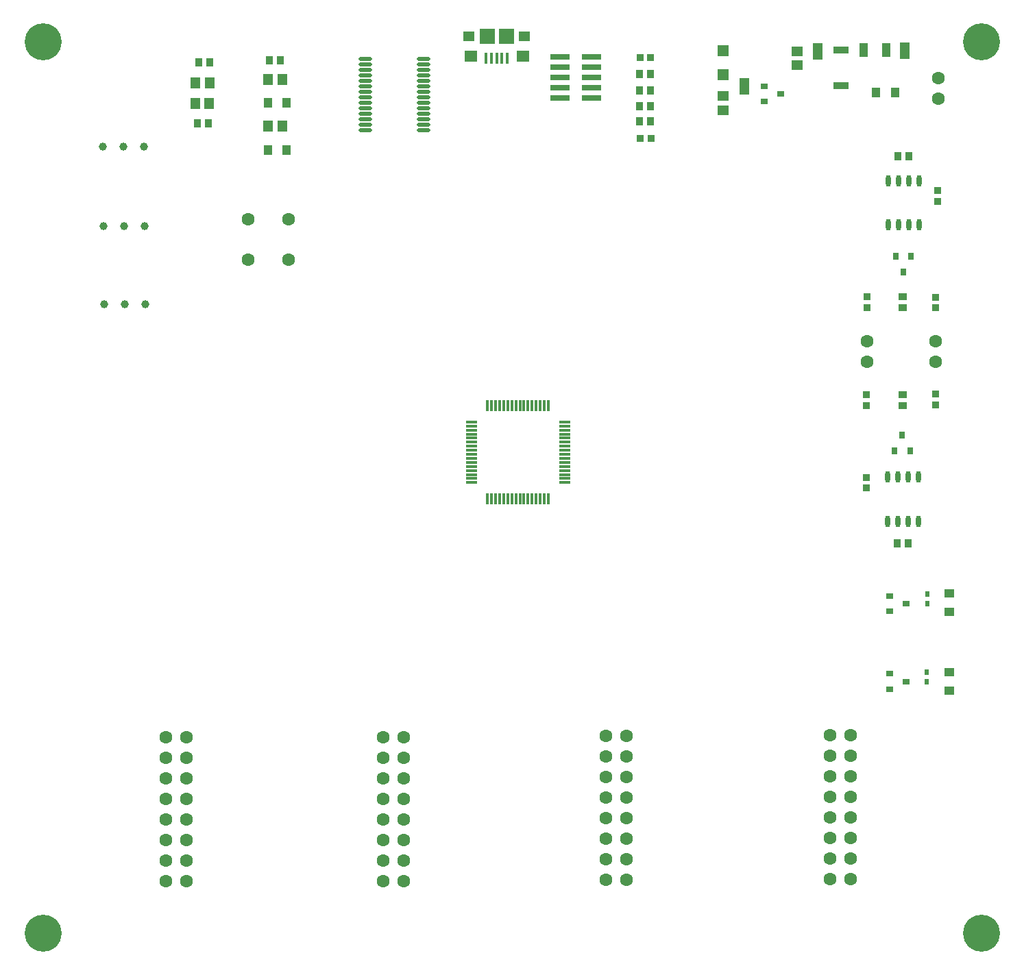
<source format=gbr>
%TF.GenerationSoftware,Altium Limited,Altium Designer,18.1.9 (240)*%
G04 Layer_Color=255*
%FSLAX26Y26*%
%MOIN*%
%TF.FileFunction,Pads,Top*%
%TF.Part,Single*%
G01*
G75*
%TA.AperFunction,SMDPad,CuDef*%
%ADD10R,0.045276X0.080709*%
%ADD11R,0.015748X0.053150*%
%ADD12R,0.062992X0.055118*%
%ADD13R,0.057087X0.051181*%
%ADD14R,0.074803X0.074803*%
%ADD15O,0.064961X0.019685*%
%ADD16R,0.053150X0.011811*%
%ADD17R,0.011811X0.053150*%
%ADD18O,0.023622X0.057087*%
%ADD19R,0.035433X0.031496*%
%ADD20R,0.045276X0.053150*%
%ADD21R,0.033465X0.037402*%
%ADD22R,0.037402X0.033465*%
%ADD23R,0.053150X0.045276*%
%ADD24R,0.023622X0.029528*%
%ADD25R,0.094488X0.029921*%
%ADD26R,0.043307X0.051181*%
%ADD27R,0.039370X0.070866*%
%ADD28R,0.057087X0.053150*%
%ADD29R,0.074803X0.035433*%
%ADD30R,0.031496X0.035433*%
%ADD31R,0.051181X0.043307*%
%ADD32R,0.035433X0.039370*%
%ADD33R,0.039370X0.035433*%
%TA.AperFunction,ViaPad*%
%ADD37C,0.180000*%
%TA.AperFunction,ComponentPad*%
%ADD38C,0.062992*%
%ADD39C,0.039370*%
D10*
X6069000Y5772000D02*
D03*
X5712000Y5600000D02*
D03*
X6490000Y5774000D02*
D03*
D11*
X4558425Y5737685D02*
D03*
X4532835D02*
D03*
X4507244D02*
D03*
X4481654D02*
D03*
X4456063D02*
D03*
D12*
X4633228Y5746543D02*
D03*
X4381260D02*
D03*
D13*
X4642087Y5843000D02*
D03*
X4372402D02*
D03*
D14*
X4554488D02*
D03*
X4460000D02*
D03*
D15*
X4152717Y5387008D02*
D03*
Y5413622D02*
D03*
Y5440236D02*
D03*
Y5466850D02*
D03*
Y5493465D02*
D03*
Y5520079D02*
D03*
Y5546693D02*
D03*
Y5573307D02*
D03*
Y5599921D02*
D03*
Y5626535D02*
D03*
Y5653150D02*
D03*
Y5679764D02*
D03*
Y5706378D02*
D03*
Y5732992D02*
D03*
X3867284Y5387008D02*
D03*
Y5413622D02*
D03*
Y5440236D02*
D03*
Y5466850D02*
D03*
Y5493465D02*
D03*
Y5520079D02*
D03*
Y5546693D02*
D03*
Y5573307D02*
D03*
Y5599921D02*
D03*
Y5626535D02*
D03*
Y5653150D02*
D03*
Y5679764D02*
D03*
Y5706378D02*
D03*
Y5732992D02*
D03*
D16*
X4383622Y3967638D02*
D03*
Y3947953D02*
D03*
Y3928268D02*
D03*
Y3908583D02*
D03*
Y3888898D02*
D03*
Y3869213D02*
D03*
Y3849528D02*
D03*
Y3829843D02*
D03*
Y3810157D02*
D03*
Y3790472D02*
D03*
Y3770787D02*
D03*
Y3751102D02*
D03*
Y3731417D02*
D03*
Y3711732D02*
D03*
Y3692047D02*
D03*
Y3672362D02*
D03*
X4836378D02*
D03*
Y3692047D02*
D03*
Y3711732D02*
D03*
Y3731417D02*
D03*
Y3751102D02*
D03*
Y3770787D02*
D03*
Y3790472D02*
D03*
Y3810157D02*
D03*
Y3829843D02*
D03*
Y3849528D02*
D03*
Y3869213D02*
D03*
Y3888898D02*
D03*
Y3908583D02*
D03*
Y3928268D02*
D03*
Y3947953D02*
D03*
Y3967638D02*
D03*
D17*
X4462362Y3593622D02*
D03*
X4482047D02*
D03*
X4501732D02*
D03*
X4521417D02*
D03*
X4541102D02*
D03*
X4560787D02*
D03*
X4580472D02*
D03*
X4600157D02*
D03*
X4619842D02*
D03*
X4639528D02*
D03*
X4659213D02*
D03*
X4678898D02*
D03*
X4698583D02*
D03*
X4718268D02*
D03*
X4737953D02*
D03*
X4757638D02*
D03*
Y4046378D02*
D03*
X4737953D02*
D03*
X4718268D02*
D03*
X4698583D02*
D03*
X4678898D02*
D03*
X4659213D02*
D03*
X4639528D02*
D03*
X4619842D02*
D03*
X4600157D02*
D03*
X4580472D02*
D03*
X4560787D02*
D03*
X4541102D02*
D03*
X4521417D02*
D03*
X4501732D02*
D03*
X4482047D02*
D03*
X4462362D02*
D03*
D18*
X6557000Y3699283D02*
D03*
X6507000D02*
D03*
X6457000D02*
D03*
X6407000D02*
D03*
X6557000Y3484716D02*
D03*
X6507000D02*
D03*
X6457000D02*
D03*
X6407000D02*
D03*
X6410000Y4926717D02*
D03*
X6460000D02*
D03*
X6510000D02*
D03*
X6560000D02*
D03*
X6410000Y5141283D02*
D03*
X6460000D02*
D03*
X6510000D02*
D03*
X6560000D02*
D03*
D19*
X5888370Y5564000D02*
D03*
X5809630Y5526599D02*
D03*
Y5601402D02*
D03*
X6498372Y2704952D02*
D03*
X6419632Y2667550D02*
D03*
Y2742353D02*
D03*
X6498372Y3084240D02*
D03*
X6419632Y3046839D02*
D03*
Y3121642D02*
D03*
D20*
X3463596Y5408159D02*
D03*
X3394699D02*
D03*
X3463596Y5634710D02*
D03*
X3394699D02*
D03*
X3040145Y5518485D02*
D03*
X3109042D02*
D03*
X3042230Y5617871D02*
D03*
X3111127D02*
D03*
D21*
X5205812Y5346981D02*
D03*
X5256993D02*
D03*
X5203819Y5741000D02*
D03*
X5255000D02*
D03*
D22*
X6304000Y3647409D02*
D03*
Y3698590D02*
D03*
X6305068Y4099369D02*
D03*
Y4048188D02*
D03*
X6643000Y4051819D02*
D03*
Y4103000D02*
D03*
X6651000Y5092591D02*
D03*
Y5041409D02*
D03*
X6641068Y4523779D02*
D03*
Y4574960D02*
D03*
X6307698Y4576369D02*
D03*
Y4525188D02*
D03*
D23*
X5609000Y5554000D02*
D03*
Y5485102D02*
D03*
X5969000Y5772000D02*
D03*
Y5703102D02*
D03*
D24*
X6599435Y2750227D02*
D03*
Y2704952D02*
D03*
X6600986Y3129516D02*
D03*
Y3084240D02*
D03*
D25*
X4813228Y5745000D02*
D03*
X4966772D02*
D03*
X4813228Y5695000D02*
D03*
X4966772D02*
D03*
X4813228Y5645000D02*
D03*
X4966772D02*
D03*
X4813228Y5595000D02*
D03*
X4966772D02*
D03*
X4813228Y5545000D02*
D03*
X4966772D02*
D03*
D26*
X6352724Y5569000D02*
D03*
X6443276D02*
D03*
X3394449Y5289000D02*
D03*
X3485000D02*
D03*
X3394024Y5521238D02*
D03*
X3484576D02*
D03*
D27*
X6291000Y5776000D02*
D03*
X6401236D02*
D03*
D28*
X5609000Y5773000D02*
D03*
Y5656858D02*
D03*
D29*
X6182000Y5604370D02*
D03*
Y5775630D02*
D03*
D30*
X6485598Y4696260D02*
D03*
X6448197Y4775000D02*
D03*
X6523000D02*
D03*
X6479000Y3904370D02*
D03*
X6516401Y3825630D02*
D03*
X6441598D02*
D03*
D31*
X6708467Y2659676D02*
D03*
Y2750227D02*
D03*
Y3042904D02*
D03*
Y3133456D02*
D03*
D32*
X5255000Y5581000D02*
D03*
X5201850D02*
D03*
X5256014Y5504462D02*
D03*
X5202864D02*
D03*
X5255537Y5430084D02*
D03*
X5202387D02*
D03*
X5255000Y5661000D02*
D03*
X5201850D02*
D03*
X6506643Y3376779D02*
D03*
X6453493D02*
D03*
X3455722Y5725702D02*
D03*
X3402573D02*
D03*
X3111127Y5717241D02*
D03*
X3057978D02*
D03*
X3050459Y5421021D02*
D03*
X3103609D02*
D03*
X6457425Y5260000D02*
D03*
X6510575D02*
D03*
D33*
X6480068Y4100354D02*
D03*
Y4047204D02*
D03*
X6482068Y4524204D02*
D03*
Y4577354D02*
D03*
D37*
X2300000Y1480000D02*
D03*
X6865000D02*
D03*
Y5818000D02*
D03*
X2300000D02*
D03*
D38*
X6643000Y4362000D02*
D03*
Y4262000D02*
D03*
X6308000Y4361000D02*
D03*
Y4261000D02*
D03*
X3495000Y4954000D02*
D03*
X3298150D02*
D03*
X3495000Y4757150D02*
D03*
X3298150D02*
D03*
X5038544Y2439063D02*
D03*
Y2339063D02*
D03*
Y2239063D02*
D03*
Y2139063D02*
D03*
Y2039063D02*
D03*
Y1939063D02*
D03*
Y1839063D02*
D03*
Y1739063D02*
D03*
X5138544D02*
D03*
Y1839063D02*
D03*
Y1939063D02*
D03*
Y2039063D02*
D03*
Y2139063D02*
D03*
Y2239063D02*
D03*
Y2339063D02*
D03*
Y2439063D02*
D03*
X6226664Y2442285D02*
D03*
Y2342285D02*
D03*
Y2242285D02*
D03*
Y2142285D02*
D03*
Y2042285D02*
D03*
Y1942285D02*
D03*
Y1842285D02*
D03*
Y1742285D02*
D03*
X6126664D02*
D03*
Y1842285D02*
D03*
Y1942285D02*
D03*
Y2042285D02*
D03*
Y2142285D02*
D03*
Y2242285D02*
D03*
Y2342285D02*
D03*
Y2442285D02*
D03*
X4055063Y2433964D02*
D03*
Y2333964D02*
D03*
Y2233964D02*
D03*
Y2133964D02*
D03*
Y2033964D02*
D03*
Y1933964D02*
D03*
Y1833964D02*
D03*
Y1733964D02*
D03*
X3955063D02*
D03*
Y1833964D02*
D03*
Y1933964D02*
D03*
Y2033964D02*
D03*
Y2133964D02*
D03*
Y2233964D02*
D03*
Y2333964D02*
D03*
Y2433964D02*
D03*
X2998534Y2432092D02*
D03*
Y2332092D02*
D03*
Y2232092D02*
D03*
Y2132092D02*
D03*
Y2032092D02*
D03*
Y1932092D02*
D03*
Y1832092D02*
D03*
Y1732092D02*
D03*
X2898534D02*
D03*
Y1832092D02*
D03*
Y1932092D02*
D03*
Y2032092D02*
D03*
Y2132092D02*
D03*
Y2232092D02*
D03*
Y2332092D02*
D03*
Y2432092D02*
D03*
X6655000Y5640000D02*
D03*
Y5540000D02*
D03*
D39*
X2592000Y5307000D02*
D03*
X2792000D02*
D03*
X2692000D02*
D03*
X2598000Y4540000D02*
D03*
X2798000D02*
D03*
X2698000D02*
D03*
X2594000Y4922000D02*
D03*
X2794000D02*
D03*
X2694000D02*
D03*
%TF.MD5,47dab04e3d17e9297a2c826fd3ed298a*%
M02*

</source>
